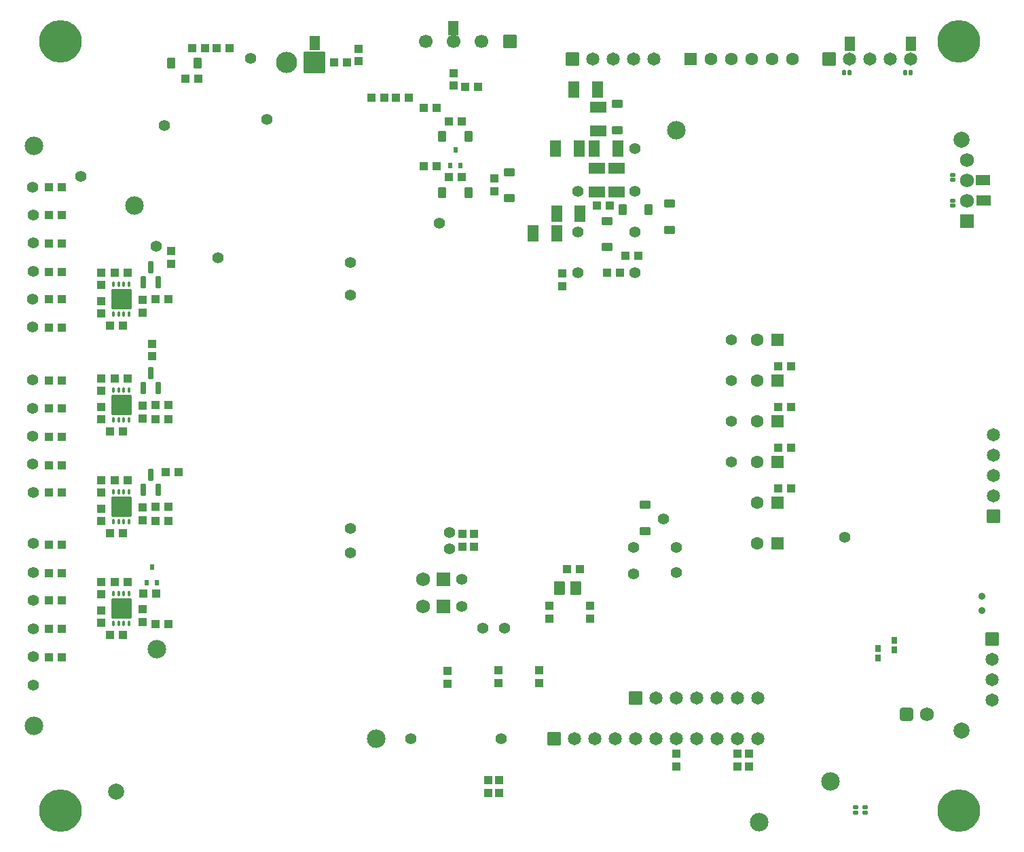
<source format=gbr>
%TF.GenerationSoftware,KiCad,Pcbnew,9.0.4*%
%TF.CreationDate,2025-10-28T13:54:02-05:00*%
%TF.ProjectId,Molecule_BQ76952 - v2,4d6f6c65-6375-46c6-955f-425137363935,rev?*%
%TF.SameCoordinates,Original*%
%TF.FileFunction,Soldermask,Bot*%
%TF.FilePolarity,Negative*%
%FSLAX46Y46*%
G04 Gerber Fmt 4.6, Leading zero omitted, Abs format (unit mm)*
G04 Created by KiCad (PCBNEW 9.0.4) date 2025-10-28 13:54:02*
%MOMM*%
%LPD*%
G01*
G04 APERTURE LIST*
G04 Aperture macros list*
%AMRoundRect*
0 Rectangle with rounded corners*
0 $1 Rounding radius*
0 $2 $3 $4 $5 $6 $7 $8 $9 X,Y pos of 4 corners*
0 Add a 4 corners polygon primitive as box body*
4,1,4,$2,$3,$4,$5,$6,$7,$8,$9,$2,$3,0*
0 Add four circle primitives for the rounded corners*
1,1,$1+$1,$2,$3*
1,1,$1+$1,$4,$5*
1,1,$1+$1,$6,$7*
1,1,$1+$1,$8,$9*
0 Add four rect primitives between the rounded corners*
20,1,$1+$1,$2,$3,$4,$5,0*
20,1,$1+$1,$4,$5,$6,$7,0*
20,1,$1+$1,$6,$7,$8,$9,0*
20,1,$1+$1,$8,$9,$2,$3,0*%
G04 Aperture macros list end*
%ADD10C,0.000000*%
%ADD11C,1.400000*%
%ADD12RoundRect,0.050000X-0.500000X0.475000X-0.500000X-0.475000X0.500000X-0.475000X0.500000X0.475000X0*%
%ADD13C,0.900000*%
%ADD14C,2.000000*%
%ADD15RoundRect,0.059850X0.225150X0.290150X-0.225150X0.290150X-0.225150X-0.290150X0.225150X-0.290150X0*%
%ADD16C,5.300000*%
%ADD17RoundRect,0.050000X-0.127000X0.254000X-0.127000X-0.254000X0.127000X-0.254000X0.127000X0.254000X0*%
%ADD18RoundRect,0.051000X0.799000X0.799000X-0.799000X0.799000X-0.799000X-0.799000X0.799000X-0.799000X0*%
%ADD19C,1.700000*%
%ADD20RoundRect,0.128250X0.221750X-0.096750X0.221750X0.096750X-0.221750X0.096750X-0.221750X-0.096750X0*%
%ADD21RoundRect,0.050000X-0.775000X-0.775000X0.775000X-0.775000X0.775000X0.775000X-0.775000X0.775000X0*%
%ADD22C,1.650000*%
%ADD23RoundRect,0.056000X0.744000X0.744000X-0.744000X0.744000X-0.744000X-0.744000X0.744000X-0.744000X0*%
%ADD24C,1.600000*%
%ADD25RoundRect,0.050000X0.825500X0.825500X-0.825500X0.825500X-0.825500X-0.825500X0.825500X-0.825500X0*%
%ADD26C,1.751000*%
%ADD27C,2.309800*%
%ADD28RoundRect,0.437500X-0.437500X-0.437500X0.437500X-0.437500X0.437500X0.437500X-0.437500X0.437500X0*%
%ADD29C,1.750000*%
%ADD30RoundRect,0.050000X-0.775000X0.775000X-0.775000X-0.775000X0.775000X-0.775000X0.775000X0.775000X0*%
%ADD31RoundRect,0.050000X0.775000X-0.775000X0.775000X0.775000X-0.775000X0.775000X-0.775000X-0.775000X0*%
%ADD32RoundRect,0.050000X-0.750000X-0.750000X0.750000X-0.750000X0.750000X0.750000X-0.750000X0.750000X0*%
%ADD33RoundRect,0.052800X1.267200X1.267200X-1.267200X1.267200X-1.267200X-1.267200X1.267200X-1.267200X0*%
%ADD34C,2.640000*%
%ADD35RoundRect,0.050000X0.825000X-0.825000X0.825000X0.825000X-0.825000X0.825000X-0.825000X-0.825000X0*%
%ADD36RoundRect,0.050000X0.500000X-0.475000X0.500000X0.475000X-0.500000X0.475000X-0.500000X-0.475000X0*%
%ADD37RoundRect,0.050000X0.475000X0.500000X-0.475000X0.500000X-0.475000X-0.500000X0.475000X-0.500000X0*%
%ADD38RoundRect,0.050000X-0.475000X-0.500000X0.475000X-0.500000X0.475000X0.500000X-0.475000X0.500000X0*%
%ADD39RoundRect,0.050000X-0.457500X-0.610000X0.457500X-0.610000X0.457500X0.610000X-0.457500X0.610000X0*%
%ADD40RoundRect,0.050000X-0.650000X0.925000X-0.650000X-0.925000X0.650000X-0.925000X0.650000X0.925000X0*%
%ADD41RoundRect,0.050000X-0.925000X-0.650000X0.925000X-0.650000X0.925000X0.650000X-0.925000X0.650000X0*%
%ADD42RoundRect,0.050000X0.254000X0.127000X-0.254000X0.127000X-0.254000X-0.127000X0.254000X-0.127000X0*%
%ADD43RoundRect,0.050000X-0.610000X0.457500X-0.610000X-0.457500X0.610000X-0.457500X0.610000X0.457500X0*%
%ADD44RoundRect,0.050000X0.610000X-0.457500X0.610000X0.457500X-0.610000X0.457500X-0.610000X-0.457500X0*%
%ADD45RoundRect,0.128250X-0.221750X0.096750X-0.221750X-0.096750X0.221750X-0.096750X0.221750X0.096750X0*%
%ADD46O,0.350000X0.800000*%
%ADD47RoundRect,0.050000X1.200000X-1.200000X1.200000X1.200000X-1.200000X1.200000X-1.200000X-1.200000X0*%
%ADD48RoundRect,0.050000X0.925000X0.650000X-0.925000X0.650000X-0.925000X-0.650000X0.925000X-0.650000X0*%
%ADD49RoundRect,0.050000X-0.300000X-0.400000X0.300000X-0.400000X0.300000X0.400000X-0.300000X0.400000X0*%
%ADD50RoundRect,0.050000X0.635000X0.800100X-0.635000X0.800100X-0.635000X-0.800100X0.635000X-0.800100X0*%
%ADD51RoundRect,0.128250X0.096750X0.221750X-0.096750X0.221750X-0.096750X-0.221750X0.096750X-0.221750X0*%
%ADD52RoundRect,0.175000X0.175000X-0.612500X0.175000X0.612500X-0.175000X0.612500X-0.175000X-0.612500X0*%
G04 APERTURE END LIST*
D10*
%TO.C,E2*%
G36*
X-4390000Y324548500D02*
G01*
X-5660000Y324548500D01*
X-5660000Y326326500D01*
X-4390000Y326326500D01*
X-4390000Y324548500D01*
G37*
%TO.C,E6*%
G36*
X61911000Y305843500D02*
G01*
X60133000Y305843500D01*
X60133000Y307113500D01*
X61911000Y307113500D01*
X61911000Y305843500D01*
G37*
%TO.C,E1*%
G36*
X-21655000Y322658300D02*
G01*
X-22925000Y322658300D01*
X-22925000Y324436300D01*
X-21655000Y324436300D01*
X-21655000Y322658300D01*
G37*
%TO.C,E5*%
G36*
X52640000Y322607500D02*
G01*
X51370000Y322607500D01*
X51370000Y324385500D01*
X52640000Y324385500D01*
X52640000Y322607500D01*
G37*
%TO.C,E4*%
G36*
X61949000Y303301243D02*
G01*
X60171000Y303301243D01*
X60171000Y304571243D01*
X61949000Y304571243D01*
X61949000Y303301243D01*
G37*
%TO.C,E3*%
G36*
X45020000Y322607500D02*
G01*
X43750000Y322607500D01*
X43750000Y324385500D01*
X45020000Y324385500D01*
X45020000Y322607500D01*
G37*
%TD*%
D11*
%TO.C,MC5*%
X-57369200Y261109080D03*
%TD*%
D12*
%TO.C,R78*%
X-53875000Y261012500D03*
X-55475000Y261012500D03*
%TD*%
%TO.C,C48*%
X-46255000Y262409500D03*
X-47855000Y262409500D03*
%TD*%
D13*
%TO.C,S3*%
X60895000Y254546500D03*
X60895000Y252746500D03*
%TD*%
D14*
%TO.C,FID6*%
X58355000Y237771500D03*
%TD*%
%TO.C,FID5*%
X58355090Y311541730D03*
%TD*%
%TO.C,FID4*%
X-47055000Y230151500D03*
%TD*%
D15*
%TO.C,D13*%
X-42610000Y258152500D03*
X-43260000Y256252500D03*
X-41960000Y256252500D03*
%TD*%
D16*
%TO.C,MP4*%
X57975000Y227801500D03*
%TD*%
D17*
%TO.C,E2*%
X-5025000Y325818500D03*
X-5025000Y325056500D03*
%TD*%
D18*
%TO.C,J9*%
X2010170Y323801500D03*
D19*
X-1489830Y323801500D03*
X-4989830Y323801500D03*
X-8489830Y323801500D03*
%TD*%
D16*
%TO.C,MP2*%
X-54025000Y323801500D03*
%TD*%
D20*
%TO.C,U12*%
X45147000Y228190500D03*
X45147000Y227540500D03*
%TD*%
D11*
%TO.C,MC16*%
X-57469200Y305609080D03*
%TD*%
D21*
%TO.C,J24*%
X17715000Y241835500D03*
D22*
X20255000Y241835500D03*
X22795000Y241835500D03*
X25335000Y241835500D03*
X27875000Y241835500D03*
X30415000Y241835500D03*
X32955000Y241835500D03*
%TD*%
D23*
%TO.C,J20*%
X35368020Y266219520D03*
D24*
X32828020Y266219520D03*
%TD*%
D25*
%TO.C,RT2*%
X-6288000Y253265500D03*
D26*
X-8828000Y253265500D03*
%TD*%
D27*
%TO.C,TP16*%
X22795000Y312701500D03*
%TD*%
D11*
%TO.C,MC7*%
X-57469200Y271009080D03*
%TD*%
D27*
%TO.C,TP17*%
X-14670000Y236755500D03*
%TD*%
%TO.C,TP9*%
X-57342000Y238406500D03*
%TD*%
D23*
%TO.C,J10*%
X35368020Y286539530D03*
D24*
X32828020Y286539530D03*
%TD*%
D22*
%TO.C,J25*%
X32955000Y236755500D03*
X30415000Y236755500D03*
X27875000Y236755500D03*
X25335000Y236755500D03*
X22795000Y236755500D03*
X20255000Y236755500D03*
X17715000Y236755500D03*
X15175000Y236755500D03*
X12635000Y236755500D03*
X10095000Y236755500D03*
D21*
X7555000Y236755500D03*
%TD*%
D23*
%TO.C,J12*%
X35368020Y281459520D03*
D24*
X32828020Y281459520D03*
%TD*%
D27*
%TO.C,TP1*%
X-57342000Y310796500D03*
%TD*%
D28*
%TO.C,J27*%
X51497000Y239803500D03*
D29*
X54037000Y239803500D03*
%TD*%
D11*
%TO.C,MC12*%
X-57469200Y291609080D03*
%TD*%
D27*
%TO.C,TP44*%
X33082000Y226341500D03*
%TD*%
D23*
%TO.C,J21*%
X35368020Y261139530D03*
D24*
X32828020Y261139530D03*
%TD*%
D30*
%TO.C,J29*%
X62165000Y249201500D03*
D22*
X62165000Y246661500D03*
X62165000Y244121500D03*
X62165000Y241581500D03*
%TD*%
D27*
%TO.C,TP43*%
X41972000Y231421500D03*
%TD*%
D11*
%TO.C,MC2*%
X-57369200Y250509080D03*
%TD*%
D27*
%TO.C,TP14*%
X-41975000Y247931500D03*
%TD*%
D23*
%TO.C,J15*%
X35368020Y276379530D03*
D24*
X32828020Y276379530D03*
%TD*%
D11*
%TO.C,MC15*%
X-57369200Y302109080D03*
%TD*%
D21*
%TO.C,J2*%
X9841000Y321591500D03*
D22*
X12381000Y321591500D03*
X14921000Y321591500D03*
X17461000Y321591500D03*
X20001000Y321591500D03*
%TD*%
D11*
%TO.C,MC6*%
X-57369200Y267509080D03*
%TD*%
D23*
%TO.C,J18*%
X35368020Y271299520D03*
D24*
X32828020Y271299520D03*
%TD*%
D11*
%TO.C,MC14*%
X-57369200Y298609080D03*
%TD*%
%TO.C,MC8*%
X-57469200Y274509080D03*
%TD*%
%TO.C,MC3*%
X-57369200Y254009080D03*
%TD*%
%TO.C,MC10*%
X-57469200Y281509080D03*
%TD*%
%TO.C,MC17*%
X-57369200Y243409080D03*
%TD*%
D31*
%TO.C,J28*%
X62292000Y264568500D03*
D22*
X62292000Y267108500D03*
X62292000Y269648500D03*
X62292000Y272188500D03*
X62292000Y274728500D03*
%TD*%
D32*
%TO.C,J5*%
X24573000Y321591500D03*
D24*
X27113000Y321591500D03*
X29653000Y321591500D03*
X32193000Y321591500D03*
X34733000Y321591500D03*
X37273000Y321591500D03*
%TD*%
D33*
%TO.C,J8*%
X-22315230Y321197840D03*
D34*
X-25820430Y321197840D03*
%TD*%
D25*
%TO.C,RT1*%
X-6288000Y256694500D03*
D26*
X-8828000Y256694500D03*
%TD*%
D35*
%TO.C,J17*%
X59004930Y301398410D03*
D29*
X59004930Y303938410D03*
X59004930Y306478410D03*
X59004930Y309018410D03*
%TD*%
D36*
%TO.C,R62*%
X18007000Y297080500D03*
X16407000Y297080500D03*
%TD*%
D12*
%TO.C,R50*%
X-38457000Y319178500D03*
X-36857000Y319178500D03*
%TD*%
D37*
%TO.C,R61*%
X8571000Y294832500D03*
X8571000Y293232500D03*
%TD*%
D36*
%TO.C,R81*%
X-40540000Y251106500D03*
X-42140000Y251106500D03*
%TD*%
D12*
%TO.C,R83*%
X-55475000Y257456500D03*
X-53875000Y257456500D03*
%TD*%
D38*
%TO.C,C36*%
X-16829000Y321299500D03*
X-16829000Y322899500D03*
%TD*%
D37*
%TO.C,C20*%
X697000Y231586500D03*
X697000Y229986500D03*
%TD*%
D39*
%TO.C,D6*%
X-3126390Y304954620D03*
X-6401390Y304954620D03*
%TD*%
D40*
%TO.C,R74*%
X10042000Y317781500D03*
X12942000Y317781500D03*
%TD*%
D39*
%TO.C,D9*%
X19352500Y302795500D03*
X16077500Y302795500D03*
%TD*%
D12*
%TO.C,R34*%
X-55475000Y302160500D03*
X-53875000Y302160500D03*
%TD*%
D41*
%TO.C,R68*%
X15302000Y305028500D03*
X15302000Y307928500D03*
%TD*%
D40*
%TO.C,R71*%
X7756000Y310415500D03*
X10656000Y310415500D03*
%TD*%
D12*
%TO.C,R54*%
X-55475000Y278030500D03*
X-53875000Y278030500D03*
%TD*%
D38*
%TO.C,R89*%
X6920120Y251725580D03*
X6920120Y253325580D03*
%TD*%
%TO.C,R57*%
X62000Y305081960D03*
X62000Y306681950D03*
%TD*%
D36*
%TO.C,R41*%
X-40540000Y276633500D03*
X-42140000Y276633500D03*
%TD*%
D42*
%TO.C,E6*%
X60641000Y306478500D03*
X61403000Y306478500D03*
%TD*%
D12*
%TO.C,R52*%
X-5563890Y306859620D03*
X-3963890Y306859620D03*
%TD*%
D36*
%TO.C,C30*%
X-32920000Y322988500D03*
X-34520000Y322988500D03*
%TD*%
%TO.C,R63*%
X15721000Y294921500D03*
X14121000Y294921500D03*
%TD*%
D12*
%TO.C,R85*%
X-55475000Y250471500D03*
X-53875000Y250471500D03*
%TD*%
%TO.C,C53*%
X-47855000Y249709500D03*
X-46255000Y249709500D03*
%TD*%
D37*
%TO.C,C33*%
X-48960000Y291403500D03*
X-48960000Y289803500D03*
%TD*%
D12*
%TO.C,R15*%
X9168020Y257964500D03*
X10768020Y257964500D03*
%TD*%
D37*
%TO.C,C41*%
X-43753000Y278322500D03*
X-43753000Y276722500D03*
%TD*%
%TO.C,C44*%
X-48960000Y281751500D03*
X-48960000Y280151500D03*
%TD*%
D43*
%TO.C,D11*%
X15429000Y312715000D03*
X15429000Y315990000D03*
%TD*%
D12*
%TO.C,C31*%
X-47855000Y288317500D03*
X-46255000Y288317500D03*
%TD*%
D44*
%TO.C,D12*%
X14159000Y301385000D03*
X14159000Y298110000D03*
%TD*%
D12*
%TO.C,R58*%
X-42140000Y278411500D03*
X-40540000Y278411500D03*
%TD*%
D36*
%TO.C,C39*%
X-45620000Y294921500D03*
X-47220000Y294921500D03*
%TD*%
D37*
%TO.C,C55*%
X-48960000Y252795500D03*
X-48960000Y251195500D03*
%TD*%
D12*
%TO.C,R37*%
X-55475000Y295048500D03*
X-53875000Y295048500D03*
%TD*%
D43*
%TO.C,D10*%
X21906000Y300269000D03*
X21906000Y303544000D03*
%TD*%
D12*
%TO.C,R69*%
X-55475000Y274474500D03*
X-53875000Y274474500D03*
%TD*%
D38*
%TO.C,R60*%
X-42610000Y284469500D03*
X-42610000Y286069500D03*
%TD*%
%TO.C,C28*%
X-3875000Y260720500D03*
X-3875000Y262320500D03*
%TD*%
D40*
%TO.C,R70*%
X12582000Y310415500D03*
X15482000Y310415500D03*
%TD*%
D45*
%TO.C,U7*%
X57212000Y303933300D03*
X57212000Y303283300D03*
%TD*%
D12*
%TO.C,R36*%
X-55475000Y298604500D03*
X-53875000Y298604500D03*
%TD*%
D36*
%TO.C,C38*%
X-10568000Y316765500D03*
X-12168000Y316765500D03*
%TD*%
D12*
%TO.C,C34*%
X-19915000Y321197840D03*
X-18315000Y321197840D03*
%TD*%
D17*
%TO.C,E1*%
X-22290000Y323166300D03*
X-22290000Y323928300D03*
%TD*%
D12*
%TO.C,R38*%
X-42140000Y291619500D03*
X-40540000Y291619500D03*
%TD*%
D38*
%TO.C,R26*%
X5650220Y243702660D03*
X5650220Y245302660D03*
%TD*%
D12*
%TO.C,R32*%
X-55475000Y305589500D03*
X-53875000Y305589500D03*
%TD*%
D37*
%TO.C,C35*%
X-48960000Y294959500D03*
X-48960000Y293359500D03*
%TD*%
D46*
%TO.C,U4*%
X-45470000Y263861510D03*
X-46095000Y263861500D03*
X-46745000Y263861500D03*
X-47395000Y263861500D03*
X-47395000Y267561510D03*
X-46745000Y267561510D03*
X-46095000Y267561510D03*
X-45470000Y267561510D03*
D47*
X-46420000Y265711510D03*
%TD*%
D37*
%TO.C,C49*%
X-43753000Y265622510D03*
X-43753000Y264022510D03*
%TD*%
%TO.C,C43*%
X-48960000Y278195500D03*
X-48960000Y276595500D03*
%TD*%
D48*
%TO.C,R64*%
X12889000Y307928500D03*
X12889000Y305028500D03*
%TD*%
D12*
%TO.C,R72*%
X-55475000Y270918500D03*
X-53875000Y270918500D03*
%TD*%
D38*
%TO.C,R109*%
X31812000Y233288500D03*
X31812000Y234888500D03*
%TD*%
D37*
%TO.C,C54*%
X-43753000Y252922500D03*
X-43753000Y251322500D03*
%TD*%
D43*
%TO.C,D1*%
X18858000Y262677000D03*
X18858000Y265952000D03*
%TD*%
D38*
%TO.C,R111*%
X22795000Y234888500D03*
X22795000Y233288500D03*
%TD*%
D12*
%TO.C,R84*%
X-55475000Y254027500D03*
X-53875000Y254027500D03*
%TD*%
D37*
%TO.C,R20*%
X-700000Y231586500D03*
X-700000Y229986500D03*
%TD*%
D40*
%TO.C,R77*%
X4962000Y299874500D03*
X7862000Y299874500D03*
%TD*%
D36*
%TO.C,C29*%
X-35968000Y322988500D03*
X-37568000Y322988500D03*
%TD*%
D37*
%TO.C,C56*%
X-48960000Y256351500D03*
X-48960000Y254751500D03*
%TD*%
D40*
%TO.C,R76*%
X7883000Y302287500D03*
X10783000Y302287500D03*
%TD*%
D12*
%TO.C,R47*%
X-55475000Y291619500D03*
X-53875000Y291619500D03*
%TD*%
D36*
%TO.C,R97*%
X37057020Y273077520D03*
X35457020Y273077520D03*
%TD*%
%TO.C,R92*%
X37057020Y283237520D03*
X35457020Y283237520D03*
%TD*%
D12*
%TO.C,R53*%
X-55475000Y281459500D03*
X-53875000Y281459500D03*
%TD*%
D36*
%TO.C,R67*%
X-40540000Y263933500D03*
X-42140000Y263933500D03*
%TD*%
D12*
%TO.C,R56*%
X-8739000Y315495500D03*
X-7139000Y315495500D03*
%TD*%
D37*
%TO.C,C50*%
X-48960000Y265495510D03*
X-48960000Y263895510D03*
%TD*%
D38*
%TO.C,R110*%
X30415000Y233288500D03*
X30415000Y234888500D03*
%TD*%
D12*
%TO.C,R75*%
X-55475000Y267489500D03*
X-53875000Y267489500D03*
%TD*%
D37*
%TO.C,C27*%
X-2478000Y262320500D03*
X-2478000Y260720500D03*
%TD*%
D20*
%TO.C,U9*%
X57212000Y306483700D03*
X57212000Y307133700D03*
%TD*%
D44*
%TO.C,D7*%
X1967000Y307481000D03*
X1967000Y304206000D03*
%TD*%
D17*
%TO.C,E5*%
X52005000Y323115500D03*
X52005000Y323877500D03*
%TD*%
D37*
%TO.C,C51*%
X-48960000Y269051510D03*
X-48960000Y267451510D03*
%TD*%
D15*
%TO.C,Q10*%
X-4114000Y308322500D03*
X-5414000Y308322500D03*
X-4764000Y310222500D03*
%TD*%
D38*
%TO.C,R91*%
X12000120Y251725580D03*
X12000120Y253325580D03*
%TD*%
D37*
%TO.C,C32*%
X-43753000Y291530500D03*
X-43753000Y289930500D03*
%TD*%
D12*
%TO.C,R55*%
X-8739000Y308256500D03*
X-7139000Y308256500D03*
%TD*%
D36*
%TO.C,C37*%
X-13616000Y316765500D03*
X-15216000Y316765500D03*
%TD*%
D46*
%TO.C,U3*%
X-45470000Y276561500D03*
X-46095000Y276561500D03*
X-46745000Y276561500D03*
X-47395000Y276561500D03*
X-47395000Y280261500D03*
X-46745000Y280261500D03*
X-46095000Y280261500D03*
X-45470000Y280261500D03*
D47*
X-46420000Y278411500D03*
%TD*%
D11*
%TO.C,MC13*%
X-57369200Y295109080D03*
%TD*%
%TO.C,MC1*%
X-57369200Y247009080D03*
%TD*%
%TO.C,MC11*%
X-57469200Y288109080D03*
%TD*%
%TO.C,MC4*%
X-57369199Y257509080D03*
%TD*%
%TO.C,MC9*%
X-57469200Y278009080D03*
%TD*%
D21*
%TO.C,J22*%
X41845000Y321591500D03*
D22*
X44385000Y321591500D03*
X46925000Y321591500D03*
X49465000Y321591500D03*
X52005000Y321591500D03*
%TD*%
D36*
%TO.C,C57*%
X-45620000Y256313500D03*
X-47220000Y256313500D03*
%TD*%
D37*
%TO.C,C42*%
X-5018000Y319851500D03*
X-5018000Y318251500D03*
%TD*%
D27*
%TO.C,TP15*%
X-44769000Y303303500D03*
%TD*%
D48*
%TO.C,R73*%
X13016000Y315548500D03*
X13016000Y312648500D03*
%TD*%
D46*
%TO.C,U5*%
X-45470000Y251161500D03*
X-46095000Y251161500D03*
X-46745000Y251161500D03*
X-47395000Y251161500D03*
X-47395000Y254861500D03*
X-46745000Y254861500D03*
X-46095000Y254861500D03*
X-45470000Y254861500D03*
D47*
X-46420000Y253011500D03*
%TD*%
D36*
%TO.C,R99*%
X37057020Y267997520D03*
X35457020Y267997520D03*
%TD*%
D12*
%TO.C,C40*%
X-47855000Y275109500D03*
X-46255000Y275109500D03*
%TD*%
D46*
%TO.C,U2*%
X-45470000Y289769500D03*
X-46095000Y289769500D03*
X-46745000Y289769500D03*
X-47395000Y289769500D03*
X-47395000Y293469500D03*
X-46745000Y293469500D03*
X-46095000Y293469500D03*
X-45470000Y293469500D03*
D47*
X-46420000Y291619500D03*
%TD*%
D12*
%TO.C,R49*%
X-55475000Y288063500D03*
X-53875000Y288063500D03*
%TD*%
%TO.C,R80*%
X-40869200Y270009080D03*
X-39269200Y270009080D03*
%TD*%
%TO.C,R86*%
X-55475000Y246915500D03*
X-53875000Y246915500D03*
%TD*%
D42*
%TO.C,E4*%
X60679000Y303936243D03*
X61441000Y303936243D03*
%TD*%
D36*
%TO.C,R94*%
X37057020Y278157530D03*
X35457020Y278157530D03*
%TD*%
D12*
%TO.C,R79*%
X-42140000Y265711500D03*
X-40540000Y265711500D03*
%TD*%
D49*
%TO.C,C66*%
X47941000Y246823500D03*
X47941000Y248023500D03*
%TD*%
D12*
%TO.C,R51*%
X-5563890Y313844620D03*
X-3963890Y313844620D03*
%TD*%
D39*
%TO.C,D4*%
X-36908500Y321083500D03*
X-40183500Y321083500D03*
%TD*%
%TO.C,D5*%
X-3126390Y311939620D03*
X-6401390Y311939620D03*
%TD*%
D12*
%TO.C,C45*%
X-3532000Y318162500D03*
X-1932000Y318162500D03*
%TD*%
D36*
%TO.C,C52*%
X-45620000Y269013510D03*
X-47220000Y269013510D03*
%TD*%
D12*
%TO.C,R82*%
X-43664000Y254916500D03*
X-42064000Y254916500D03*
%TD*%
D36*
%TO.C,C46*%
X-45620000Y281713500D03*
X-47220000Y281713500D03*
%TD*%
D38*
%TO.C,R44*%
X-40197000Y296026500D03*
X-40197000Y297626500D03*
%TD*%
D36*
%TO.C,R65*%
X14451000Y303303500D03*
X12851000Y303303500D03*
%TD*%
D38*
%TO.C,R25*%
X570000Y243702500D03*
X570000Y245302500D03*
%TD*%
D17*
%TO.C,E3*%
X44385000Y323115500D03*
X44385000Y323877500D03*
%TD*%
D38*
%TO.C,R29*%
X-5779880Y243597580D03*
X-5779880Y245197580D03*
%TD*%
D50*
%TO.C,C15*%
X10222000Y255551500D03*
X8190000Y255551500D03*
%TD*%
D49*
%TO.C,C67*%
X49973000Y247839500D03*
X49973000Y249039500D03*
%TD*%
D51*
%TO.C,U8*%
X51999800Y319940500D03*
X51349800Y319940500D03*
%TD*%
%TO.C,U6*%
X44379800Y319940500D03*
X43729800Y319940500D03*
%TD*%
D20*
%TO.C,U13*%
X46290000Y227540500D03*
X46290000Y228190500D03*
%TD*%
D16*
%TO.C,MP1*%
X-54025000Y227801500D03*
%TD*%
%TO.C,MP3*%
X57975000Y323801500D03*
%TD*%
D11*
%TO.C,TP2*%
X21144000Y264187500D03*
%TD*%
%TO.C,TP3*%
X17461000Y260631500D03*
%TD*%
%TO.C,TP4*%
X17461000Y257329500D03*
%TD*%
%TO.C,TP5*%
X22795000Y257488490D03*
%TD*%
%TO.C,TP6*%
X950990Y236755500D03*
%TD*%
%TO.C,TP7*%
X-4002000Y256694500D03*
%TD*%
%TO.C,TP8*%
X-4002000Y253265500D03*
%TD*%
%TO.C,TP18*%
X22795000Y260631500D03*
%TD*%
%TO.C,TP19*%
X-17845000Y259996500D03*
%TD*%
%TO.C,TP20*%
X-30291000Y321718500D03*
%TD*%
%TO.C,TP21*%
X-41086000Y313336500D03*
%TD*%
%TO.C,TP22*%
X-6796000Y301144500D03*
%TD*%
%TO.C,TP23*%
X-28259000Y314098500D03*
%TD*%
%TO.C,TP24*%
X-51500000Y306986500D03*
%TD*%
%TO.C,TP25*%
X-17845000Y292127500D03*
%TD*%
%TO.C,TP26*%
X-34355000Y296826500D03*
%TD*%
%TO.C,TP27*%
X-17845000Y296191500D03*
%TD*%
%TO.C,TP28*%
X10476000Y305081500D03*
%TD*%
%TO.C,TP29*%
X-42102000Y298223500D03*
%TD*%
%TO.C,TP30*%
X10476000Y294921500D03*
%TD*%
%TO.C,TP31*%
X17588000Y300001500D03*
%TD*%
%TO.C,TP32*%
X17588000Y294921500D03*
%TD*%
%TO.C,TP33*%
X17588000Y310415500D03*
%TD*%
%TO.C,TP34*%
X10476000Y300001500D03*
%TD*%
%TO.C,TP35*%
X17588000Y305081500D03*
%TD*%
%TO.C,TP36*%
X-17845000Y263044500D03*
%TD*%
D52*
%TO.C,Q4*%
X-41787000Y293730000D03*
X-43687000Y293730000D03*
X-42737000Y295605000D03*
%TD*%
%TO.C,Q11*%
X-41787000Y280522000D03*
X-43687000Y280522000D03*
X-42737000Y282397000D03*
%TD*%
%TO.C,Q13*%
X-41787000Y267822010D03*
X-43687000Y267822010D03*
X-42737000Y269697010D03*
%TD*%
D11*
%TO.C,TP10*%
X-1335000Y250598500D03*
%TD*%
%TO.C,TP11*%
X-10352000Y236755500D03*
%TD*%
%TO.C,TP12*%
X-5526000Y260504500D03*
%TD*%
%TO.C,TP13*%
X-5526000Y262536500D03*
%TD*%
%TO.C,TP37*%
X29653020Y286539530D03*
%TD*%
%TO.C,TP38*%
X29653020Y281459520D03*
%TD*%
%TO.C,TP39*%
X29653020Y276379530D03*
%TD*%
%TO.C,TP40*%
X29653020Y271299520D03*
%TD*%
%TO.C,TP41*%
X1332000Y250598500D03*
%TD*%
%TO.C,TP42*%
X43750000Y261901500D03*
%TD*%
M02*

</source>
